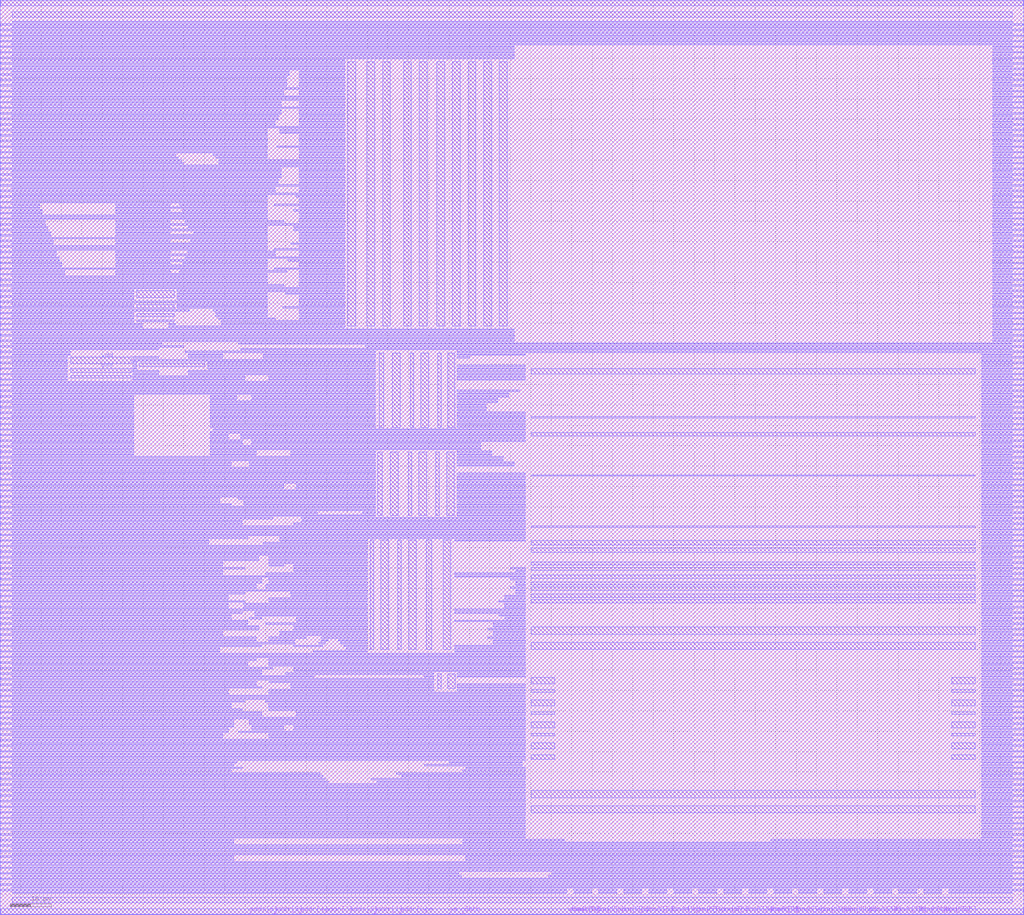
<source format=lef>
VERSION 5.8 ; 
BUSBITCHARS "[]" ; 
DIVIDERCHAR "/" ; 
MACRO sram22_128x16m4w8
    CLASS BLOCK  ;
    FOREIGN sram22_128x16m4w8   ;
    SIZE 250.840 BY 224.320 ;
    SYMMETRY X Y R90 ;
    PIN dout[0] 
        DIRECTION OUTPUT ; 
        ANTENNADIFFAREA 0.448000 LAYER met2 ;
        ANTENNAPARTIALMETALAREA 0.950300 LAYER met1 ;
        ANTENNAPARTIALMETALAREA 7.335400 LAYER met2 ;
        PORT 
            LAYER met1 ;
                RECT 139.830 0.000 139.970 0.140 ; 
        END 
    END dout[0] 
    PIN dout[1] 
        DIRECTION OUTPUT ; 
        ANTENNADIFFAREA 0.448000 LAYER met2 ;
        ANTENNAPARTIALMETALAREA 0.950300 LAYER met1 ;
        ANTENNAPARTIALMETALAREA 7.335400 LAYER met2 ;
        PORT 
            LAYER met1 ;
                RECT 145.930 0.000 146.070 0.140 ; 
        END 
    END dout[1] 
    PIN dout[2] 
        DIRECTION OUTPUT ; 
        ANTENNADIFFAREA 0.448000 LAYER met2 ;
        ANTENNAPARTIALMETALAREA 0.950300 LAYER met1 ;
        ANTENNAPARTIALMETALAREA 7.335400 LAYER met2 ;
        PORT 
            LAYER met1 ;
                RECT 152.030 0.000 152.170 0.140 ; 
        END 
    END dout[2] 
    PIN dout[3] 
        DIRECTION OUTPUT ; 
        ANTENNADIFFAREA 0.448000 LAYER met2 ;
        ANTENNAPARTIALMETALAREA 0.950300 LAYER met1 ;
        ANTENNAPARTIALMETALAREA 7.335400 LAYER met2 ;
        PORT 
            LAYER met1 ;
                RECT 158.130 0.000 158.270 0.140 ; 
        END 
    END dout[3] 
    PIN dout[4] 
        DIRECTION OUTPUT ; 
        ANTENNADIFFAREA 0.448000 LAYER met2 ;
        ANTENNAPARTIALMETALAREA 0.950300 LAYER met1 ;
        ANTENNAPARTIALMETALAREA 7.335400 LAYER met2 ;
        PORT 
            LAYER met1 ;
                RECT 164.230 0.000 164.370 0.140 ; 
        END 
    END dout[4] 
    PIN dout[5] 
        DIRECTION OUTPUT ; 
        ANTENNADIFFAREA 0.448000 LAYER met2 ;
        ANTENNAPARTIALMETALAREA 0.950300 LAYER met1 ;
        ANTENNAPARTIALMETALAREA 7.335400 LAYER met2 ;
        PORT 
            LAYER met1 ;
                RECT 170.330 0.000 170.470 0.140 ; 
        END 
    END dout[5] 
    PIN dout[6] 
        DIRECTION OUTPUT ; 
        ANTENNADIFFAREA 0.448000 LAYER met2 ;
        ANTENNAPARTIALMETALAREA 0.950300 LAYER met1 ;
        ANTENNAPARTIALMETALAREA 7.335400 LAYER met2 ;
        PORT 
            LAYER met1 ;
                RECT 176.430 0.000 176.570 0.140 ; 
        END 
    END dout[6] 
    PIN dout[7] 
        DIRECTION OUTPUT ; 
        ANTENNADIFFAREA 0.448000 LAYER met2 ;
        ANTENNAPARTIALMETALAREA 0.950300 LAYER met1 ;
        ANTENNAPARTIALMETALAREA 7.335400 LAYER met2 ;
        PORT 
            LAYER met1 ;
                RECT 182.530 0.000 182.670 0.140 ; 
        END 
    END dout[7] 
    PIN dout[8] 
        DIRECTION OUTPUT ; 
        ANTENNADIFFAREA 0.448000 LAYER met2 ;
        ANTENNAPARTIALMETALAREA 0.950300 LAYER met1 ;
        ANTENNAPARTIALMETALAREA 7.335400 LAYER met2 ;
        PORT 
            LAYER met1 ;
                RECT 188.630 0.000 188.770 0.140 ; 
        END 
    END dout[8] 
    PIN dout[9] 
        DIRECTION OUTPUT ; 
        ANTENNADIFFAREA 0.448000 LAYER met2 ;
        ANTENNAPARTIALMETALAREA 0.950300 LAYER met1 ;
        ANTENNAPARTIALMETALAREA 7.335400 LAYER met2 ;
        PORT 
            LAYER met1 ;
                RECT 194.730 0.000 194.870 0.140 ; 
        END 
    END dout[9] 
    PIN dout[10] 
        DIRECTION OUTPUT ; 
        ANTENNADIFFAREA 0.448000 LAYER met2 ;
        ANTENNAPARTIALMETALAREA 0.950300 LAYER met1 ;
        ANTENNAPARTIALMETALAREA 7.335400 LAYER met2 ;
        PORT 
            LAYER met1 ;
                RECT 200.830 0.000 200.970 0.140 ; 
        END 
    END dout[10] 
    PIN dout[11] 
        DIRECTION OUTPUT ; 
        ANTENNADIFFAREA 0.448000 LAYER met2 ;
        ANTENNAPARTIALMETALAREA 0.950300 LAYER met1 ;
        ANTENNAPARTIALMETALAREA 7.335400 LAYER met2 ;
        PORT 
            LAYER met1 ;
                RECT 206.930 0.000 207.070 0.140 ; 
        END 
    END dout[11] 
    PIN dout[12] 
        DIRECTION OUTPUT ; 
        ANTENNADIFFAREA 0.448000 LAYER met2 ;
        ANTENNAPARTIALMETALAREA 0.950300 LAYER met1 ;
        ANTENNAPARTIALMETALAREA 7.335400 LAYER met2 ;
        PORT 
            LAYER met1 ;
                RECT 213.030 0.000 213.170 0.140 ; 
        END 
    END dout[12] 
    PIN dout[13] 
        DIRECTION OUTPUT ; 
        ANTENNADIFFAREA 0.448000 LAYER met2 ;
        ANTENNAPARTIALMETALAREA 0.950300 LAYER met1 ;
        ANTENNAPARTIALMETALAREA 7.335400 LAYER met2 ;
        PORT 
            LAYER met1 ;
                RECT 219.130 0.000 219.270 0.140 ; 
        END 
    END dout[13] 
    PIN dout[14] 
        DIRECTION OUTPUT ; 
        ANTENNADIFFAREA 0.448000 LAYER met2 ;
        ANTENNAPARTIALMETALAREA 0.950300 LAYER met1 ;
        ANTENNAPARTIALMETALAREA 7.335400 LAYER met2 ;
        PORT 
            LAYER met1 ;
                RECT 225.230 0.000 225.370 0.140 ; 
        END 
    END dout[14] 
    PIN dout[15] 
        DIRECTION OUTPUT ; 
        ANTENNADIFFAREA 0.448000 LAYER met2 ;
        ANTENNAPARTIALMETALAREA 0.950300 LAYER met1 ;
        ANTENNAPARTIALMETALAREA 7.335400 LAYER met2 ;
        PORT 
            LAYER met1 ;
                RECT 231.330 0.000 231.470 0.140 ; 
        END 
    END dout[15] 
    PIN din[0] 
        DIRECTION INPUT ; 
        ANTENNAGATEAREA 0.126000 LAYER met2 ;
        ANTENNAPARTIALMETALAREA 5.020800 LAYER met1 ;
        ANTENNAPARTIALMETALAREA 7.057000 LAYER met2 ;
        PORT 
            LAYER met1 ;
                RECT 139.410 0.000 139.550 0.140 ; 
        END 
    END din[0] 
    PIN din[1] 
        DIRECTION INPUT ; 
        ANTENNAGATEAREA 0.126000 LAYER met2 ;
        ANTENNAPARTIALMETALAREA 5.020800 LAYER met1 ;
        ANTENNAPARTIALMETALAREA 7.057000 LAYER met2 ;
        PORT 
            LAYER met1 ;
                RECT 145.510 0.000 145.650 0.140 ; 
        END 
    END din[1] 
    PIN din[2] 
        DIRECTION INPUT ; 
        ANTENNAGATEAREA 0.126000 LAYER met2 ;
        ANTENNAPARTIALMETALAREA 5.020800 LAYER met1 ;
        ANTENNAPARTIALMETALAREA 7.057000 LAYER met2 ;
        PORT 
            LAYER met1 ;
                RECT 151.610 0.000 151.750 0.140 ; 
        END 
    END din[2] 
    PIN din[3] 
        DIRECTION INPUT ; 
        ANTENNAGATEAREA 0.126000 LAYER met2 ;
        ANTENNAPARTIALMETALAREA 5.020800 LAYER met1 ;
        ANTENNAPARTIALMETALAREA 7.057000 LAYER met2 ;
        PORT 
            LAYER met1 ;
                RECT 157.710 0.000 157.850 0.140 ; 
        END 
    END din[3] 
    PIN din[4] 
        DIRECTION INPUT ; 
        ANTENNAGATEAREA 0.126000 LAYER met2 ;
        ANTENNAPARTIALMETALAREA 5.020800 LAYER met1 ;
        ANTENNAPARTIALMETALAREA 7.057000 LAYER met2 ;
        PORT 
            LAYER met1 ;
                RECT 163.810 0.000 163.950 0.140 ; 
        END 
    END din[4] 
    PIN din[5] 
        DIRECTION INPUT ; 
        ANTENNAGATEAREA 0.126000 LAYER met2 ;
        ANTENNAPARTIALMETALAREA 5.020800 LAYER met1 ;
        ANTENNAPARTIALMETALAREA 7.057000 LAYER met2 ;
        PORT 
            LAYER met1 ;
                RECT 169.910 0.000 170.050 0.140 ; 
        END 
    END din[5] 
    PIN din[6] 
        DIRECTION INPUT ; 
        ANTENNAGATEAREA 0.126000 LAYER met2 ;
        ANTENNAPARTIALMETALAREA 5.020800 LAYER met1 ;
        ANTENNAPARTIALMETALAREA 7.057000 LAYER met2 ;
        PORT 
            LAYER met1 ;
                RECT 176.010 0.000 176.150 0.140 ; 
        END 
    END din[6] 
    PIN din[7] 
        DIRECTION INPUT ; 
        ANTENNAGATEAREA 0.126000 LAYER met2 ;
        ANTENNAPARTIALMETALAREA 5.020800 LAYER met1 ;
        ANTENNAPARTIALMETALAREA 7.057000 LAYER met2 ;
        PORT 
            LAYER met1 ;
                RECT 182.110 0.000 182.250 0.140 ; 
        END 
    END din[7] 
    PIN din[8] 
        DIRECTION INPUT ; 
        ANTENNAGATEAREA 0.126000 LAYER met2 ;
        ANTENNAPARTIALMETALAREA 5.020800 LAYER met1 ;
        ANTENNAPARTIALMETALAREA 7.057000 LAYER met2 ;
        PORT 
            LAYER met1 ;
                RECT 188.210 0.000 188.350 0.140 ; 
        END 
    END din[8] 
    PIN din[9] 
        DIRECTION INPUT ; 
        ANTENNAGATEAREA 0.126000 LAYER met2 ;
        ANTENNAPARTIALMETALAREA 5.020800 LAYER met1 ;
        ANTENNAPARTIALMETALAREA 7.057000 LAYER met2 ;
        PORT 
            LAYER met1 ;
                RECT 194.310 0.000 194.450 0.140 ; 
        END 
    END din[9] 
    PIN din[10] 
        DIRECTION INPUT ; 
        ANTENNAGATEAREA 0.126000 LAYER met2 ;
        ANTENNAPARTIALMETALAREA 5.020800 LAYER met1 ;
        ANTENNAPARTIALMETALAREA 7.057000 LAYER met2 ;
        PORT 
            LAYER met1 ;
                RECT 200.410 0.000 200.550 0.140 ; 
        END 
    END din[10] 
    PIN din[11] 
        DIRECTION INPUT ; 
        ANTENNAGATEAREA 0.126000 LAYER met2 ;
        ANTENNAPARTIALMETALAREA 5.020800 LAYER met1 ;
        ANTENNAPARTIALMETALAREA 7.057000 LAYER met2 ;
        PORT 
            LAYER met1 ;
                RECT 206.510 0.000 206.650 0.140 ; 
        END 
    END din[11] 
    PIN din[12] 
        DIRECTION INPUT ; 
        ANTENNAGATEAREA 0.126000 LAYER met2 ;
        ANTENNAPARTIALMETALAREA 5.020800 LAYER met1 ;
        ANTENNAPARTIALMETALAREA 7.057000 LAYER met2 ;
        PORT 
            LAYER met1 ;
                RECT 212.610 0.000 212.750 0.140 ; 
        END 
    END din[12] 
    PIN din[13] 
        DIRECTION INPUT ; 
        ANTENNAGATEAREA 0.126000 LAYER met2 ;
        ANTENNAPARTIALMETALAREA 5.020800 LAYER met1 ;
        ANTENNAPARTIALMETALAREA 7.057000 LAYER met2 ;
        PORT 
            LAYER met1 ;
                RECT 218.710 0.000 218.850 0.140 ; 
        END 
    END din[13] 
    PIN din[14] 
        DIRECTION INPUT ; 
        ANTENNAGATEAREA 0.126000 LAYER met2 ;
        ANTENNAPARTIALMETALAREA 5.020800 LAYER met1 ;
        ANTENNAPARTIALMETALAREA 7.057000 LAYER met2 ;
        PORT 
            LAYER met1 ;
                RECT 224.810 0.000 224.950 0.140 ; 
        END 
    END din[14] 
    PIN din[15] 
        DIRECTION INPUT ; 
        ANTENNAGATEAREA 0.126000 LAYER met2 ;
        ANTENNAPARTIALMETALAREA 5.020800 LAYER met1 ;
        ANTENNAPARTIALMETALAREA 7.057000 LAYER met2 ;
        PORT 
            LAYER met1 ;
                RECT 230.910 0.000 231.050 0.140 ; 
        END 
    END din[15] 
    PIN wmask[0] 
        DIRECTION INPUT ; 
        ANTENNAGATEAREA 0.126000 LAYER met2 ;
        ANTENNAPARTIALMETALAREA 2.831200 LAYER met1 ;
        ANTENNAPARTIALMETALAREA 0.278400 LAYER met2 ;
        PORT 
            LAYER met1 ;
                RECT 139.060 0.000 139.200 0.140 ; 
        END 
    END wmask[0] 
    PIN wmask[1] 
        DIRECTION INPUT ; 
        ANTENNAGATEAREA 0.126000 LAYER met2 ;
        ANTENNAPARTIALMETALAREA 2.831200 LAYER met1 ;
        ANTENNAPARTIALMETALAREA 0.278400 LAYER met2 ;
        PORT 
            LAYER met1 ;
                RECT 187.860 0.000 188.000 0.140 ; 
        END 
    END wmask[1] 
    PIN addr[0] 
        DIRECTION INPUT ; 
        ANTENNAGATEAREA 0.126000 LAYER met1 ;
        ANTENNAPARTIALMETALAREA 3.867900 LAYER met1 ;
        PORT 
            LAYER met1 ;
                RECT 97.720 0.000 98.040 0.320 ; 
        END 
    END addr[0] 
    PIN addr[1] 
        DIRECTION INPUT ; 
        ANTENNAGATEAREA 0.126000 LAYER met1 ;
        ANTENNAPARTIALMETALAREA 3.867900 LAYER met1 ;
        PORT 
            LAYER met1 ;
                RECT 91.600 0.000 91.920 0.320 ; 
        END 
    END addr[1] 
    PIN addr[2] 
        DIRECTION INPUT ; 
        ANTENNAGATEAREA 0.126000 LAYER met1 ;
        ANTENNAPARTIALMETALAREA 3.867900 LAYER met1 ;
        PORT 
            LAYER met1 ;
                RECT 85.480 0.000 85.800 0.320 ; 
        END 
    END addr[2] 
    PIN addr[3] 
        DIRECTION INPUT ; 
        ANTENNAGATEAREA 0.126000 LAYER met1 ;
        ANTENNAPARTIALMETALAREA 3.867900 LAYER met1 ;
        PORT 
            LAYER met1 ;
                RECT 79.360 0.000 79.680 0.320 ; 
        END 
    END addr[3] 
    PIN addr[4] 
        DIRECTION INPUT ; 
        ANTENNAGATEAREA 0.126000 LAYER met1 ;
        ANTENNAPARTIALMETALAREA 3.867900 LAYER met1 ;
        PORT 
            LAYER met1 ;
                RECT 73.240 0.000 73.560 0.320 ; 
        END 
    END addr[4] 
    PIN addr[5] 
        DIRECTION INPUT ; 
        ANTENNAGATEAREA 0.126000 LAYER met1 ;
        ANTENNAPARTIALMETALAREA 3.867900 LAYER met1 ;
        PORT 
            LAYER met1 ;
                RECT 67.120 0.000 67.440 0.320 ; 
        END 
    END addr[5] 
    PIN addr[6] 
        DIRECTION INPUT ; 
        ANTENNAGATEAREA 0.126000 LAYER met1 ;
        ANTENNAPARTIALMETALAREA 3.867900 LAYER met1 ;
        PORT 
            LAYER met1 ;
                RECT 61.000 0.000 61.320 0.320 ; 
        END 
    END addr[6] 
    PIN we 
        DIRECTION INPUT ; 
        ANTENNAGATEAREA 0.126000 LAYER met1 ;
        ANTENNAPARTIALMETALAREA 3.867900 LAYER met1 ;
        PORT 
            LAYER met1 ;
                RECT 109.960 0.000 110.280 0.320 ; 
        END 
    END we 
    PIN ce 
        DIRECTION INPUT ; 
        ANTENNAGATEAREA 0.126000 LAYER met1 ;
        ANTENNAPARTIALMETALAREA 3.867900 LAYER met1 ;
        PORT 
            LAYER met1 ;
                RECT 103.840 0.000 104.160 0.320 ; 
        END 
    END ce 
    PIN clk 
        DIRECTION INPUT ; 
        ANTENNAGATEAREA 12.555000 LAYER met2 ;
        PORT 
            LAYER met1 ;
                RECT 112.680 0.000 113.000 0.320 ; 
        END 
    END clk 
    PIN rstb 
        DIRECTION INPUT ; 
        ANTENNAGATEAREA 16.461000 LAYER met2 ;
        PORT 
            LAYER met1 ;
                RECT 113.360 0.000 113.680 0.320 ; 
        END 
    END rstb 
    PIN vdd 
        DIRECTION INOUT ; 
        USE POWER ; 
        PORT 
            LAYER met2 ;
                RECT 0.160 5.920 138.840 6.240 ; 
                RECT 140.560 5.920 144.960 6.240 ; 
                RECT 146.680 5.920 151.080 6.240 ; 
                RECT 152.800 5.920 157.200 6.240 ; 
                RECT 158.920 5.920 163.320 6.240 ; 
                RECT 165.040 5.920 169.440 6.240 ; 
                RECT 171.160 5.920 175.560 6.240 ; 
                RECT 177.280 5.920 181.680 6.240 ; 
                RECT 183.400 5.920 187.800 6.240 ; 
                RECT 189.520 5.920 193.920 6.240 ; 
                RECT 195.640 5.920 200.040 6.240 ; 
                RECT 201.760 5.920 206.160 6.240 ; 
                RECT 207.880 5.920 212.280 6.240 ; 
                RECT 214.000 5.920 218.400 6.240 ; 
                RECT 220.120 5.920 224.520 6.240 ; 
                RECT 226.240 5.920 230.640 6.240 ; 
                RECT 232.360 5.920 250.680 6.240 ; 
                RECT 0.160 7.280 250.680 7.600 ; 
                RECT 0.160 8.640 250.680 8.960 ; 
                RECT 0.160 10.000 112.320 10.320 ; 
                RECT 135.120 10.000 250.680 10.320 ; 
                RECT 0.160 11.360 250.680 11.680 ; 
                RECT 0.160 12.720 250.680 13.040 ; 
                RECT 0.160 14.080 57.240 14.400 ; 
                RECT 114.040 14.080 250.680 14.400 ; 
                RECT 0.160 15.440 250.680 15.760 ; 
                RECT 0.160 16.800 250.680 17.120 ; 
                RECT 0.160 18.160 57.240 18.480 ; 
                RECT 113.360 18.160 138.160 18.480 ; 
                RECT 188.840 18.160 250.680 18.480 ; 
                RECT 0.160 19.520 128.640 19.840 ; 
                RECT 240.520 19.520 250.680 19.840 ; 
                RECT 0.160 20.880 128.640 21.200 ; 
                RECT 240.520 20.880 250.680 21.200 ; 
                RECT 0.160 22.240 128.640 22.560 ; 
                RECT 240.520 22.240 250.680 22.560 ; 
                RECT 0.160 23.600 128.640 23.920 ; 
                RECT 240.520 23.600 250.680 23.920 ; 
                RECT 0.160 24.960 128.640 25.280 ; 
                RECT 240.520 24.960 250.680 25.280 ; 
                RECT 0.160 26.320 128.640 26.640 ; 
                RECT 240.520 26.320 250.680 26.640 ; 
                RECT 0.160 27.680 128.640 28.000 ; 
                RECT 240.520 27.680 250.680 28.000 ; 
                RECT 0.160 29.040 128.640 29.360 ; 
                RECT 240.520 29.040 250.680 29.360 ; 
                RECT 0.160 30.400 128.640 30.720 ; 
                RECT 240.520 30.400 250.680 30.720 ; 
                RECT 0.160 31.760 128.640 32.080 ; 
                RECT 240.520 31.760 250.680 32.080 ; 
                RECT 0.160 33.120 79.680 33.440 ; 
                RECT 90.920 33.120 128.640 33.440 ; 
                RECT 240.520 33.120 250.680 33.440 ; 
                RECT 0.160 34.480 78.320 34.800 ; 
                RECT 97.040 34.480 128.640 34.800 ; 
                RECT 240.520 34.480 250.680 34.800 ; 
                RECT 0.160 35.840 59.280 36.160 ; 
                RECT 114.040 35.840 128.640 36.160 ; 
                RECT 240.520 35.840 250.680 36.160 ; 
                RECT 0.160 37.200 57.920 37.520 ; 
                RECT 109.960 37.200 127.960 37.520 ; 
                RECT 240.520 37.200 250.680 37.520 ; 
                RECT 0.160 38.560 128.640 38.880 ; 
                RECT 240.520 38.560 250.680 38.880 ; 
                RECT 0.160 39.920 128.640 40.240 ; 
                RECT 240.520 39.920 250.680 40.240 ; 
                RECT 0.160 41.280 128.640 41.600 ; 
                RECT 240.520 41.280 250.680 41.600 ; 
                RECT 0.160 42.640 128.640 42.960 ; 
                RECT 240.520 42.640 250.680 42.960 ; 
                RECT 0.160 44.000 54.520 44.320 ; 
                RECT 65.760 44.000 128.640 44.320 ; 
                RECT 240.520 44.000 250.680 44.320 ; 
                RECT 0.160 45.360 55.880 45.680 ; 
                RECT 61.680 45.360 69.480 45.680 ; 
                RECT 71.880 45.360 128.640 45.680 ; 
                RECT 240.520 45.360 250.680 45.680 ; 
                RECT 0.160 46.720 57.240 47.040 ; 
                RECT 61.000 46.720 128.640 47.040 ; 
                RECT 240.520 46.720 250.680 47.040 ; 
                RECT 0.160 48.080 128.640 48.400 ; 
                RECT 240.520 48.080 250.680 48.400 ; 
                RECT 0.160 49.440 64.040 49.760 ; 
                RECT 72.560 49.440 128.640 49.760 ; 
                RECT 240.520 49.440 250.680 49.760 ; 
                RECT 0.160 50.800 56.560 51.120 ; 
                RECT 65.760 50.800 128.640 51.120 ; 
                RECT 240.520 50.800 250.680 51.120 ; 
                RECT 0.160 52.160 59.960 52.480 ; 
                RECT 65.080 52.160 128.640 52.480 ; 
                RECT 240.520 52.160 250.680 52.480 ; 
                RECT 0.160 53.520 128.640 53.840 ; 
                RECT 240.520 53.520 250.680 53.840 ; 
                RECT 0.160 54.880 55.880 55.200 ; 
                RECT 65.760 54.880 106.200 55.200 ; 
                RECT 112.000 54.880 128.640 55.200 ; 
                RECT 240.520 54.880 250.680 55.200 ; 
                RECT 0.160 56.240 62.680 56.560 ; 
                RECT 71.200 56.240 106.200 56.560 ; 
                RECT 112.000 56.240 128.640 56.560 ; 
                RECT 240.520 56.240 250.680 56.560 ; 
                RECT 0.160 57.600 106.200 57.920 ; 
                RECT 240.520 57.600 250.680 57.920 ; 
                RECT 0.160 58.960 64.040 59.280 ; 
                RECT 69.840 58.960 106.200 59.280 ; 
                RECT 112.000 58.960 128.640 59.280 ; 
                RECT 240.520 58.960 250.680 59.280 ; 
                RECT 0.160 60.320 66.760 60.640 ; 
                RECT 71.880 60.320 128.640 60.640 ; 
                RECT 240.520 60.320 250.680 60.640 ; 
                RECT 0.160 61.680 60.640 62.000 ; 
                RECT 65.760 61.680 128.640 62.000 ; 
                RECT 240.520 61.680 250.680 62.000 ; 
                RECT 0.160 63.040 128.640 63.360 ; 
                RECT 240.520 63.040 250.680 63.360 ; 
                RECT 0.160 64.400 53.840 64.720 ; 
                RECT 76.640 64.400 89.880 64.720 ; 
                RECT 111.320 64.400 128.640 64.720 ; 
                RECT 240.520 64.400 250.680 64.720 ; 
                RECT 0.160 65.760 64.040 66.080 ; 
                RECT 71.880 65.760 79.000 66.080 ; 
                RECT 84.120 65.760 89.880 66.080 ; 
                RECT 111.320 65.760 128.640 66.080 ; 
                RECT 240.520 65.760 250.680 66.080 ; 
                RECT 0.160 67.120 62.680 67.440 ; 
                RECT 65.760 67.120 72.200 67.440 ; 
                RECT 78.680 67.120 80.360 67.440 ; 
                RECT 82.760 67.120 89.880 67.440 ; 
                RECT 120.840 67.120 128.640 67.440 ; 
                RECT 240.520 67.120 250.680 67.440 ; 
                RECT 0.160 68.480 54.520 68.800 ; 
                RECT 68.480 68.480 89.880 68.800 ; 
                RECT 120.840 68.480 128.640 68.800 ; 
                RECT 240.520 68.480 250.680 68.800 ; 
                RECT 0.160 69.840 63.360 70.160 ; 
                RECT 71.880 69.840 89.880 70.160 ; 
                RECT 119.480 69.840 128.640 70.160 ; 
                RECT 240.520 69.840 250.680 70.160 ; 
                RECT 0.160 71.200 60.640 71.520 ; 
                RECT 65.080 71.200 89.880 71.520 ; 
                RECT 120.840 71.200 128.640 71.520 ; 
                RECT 240.520 71.200 250.680 71.520 ; 
                RECT 0.160 72.560 56.560 72.880 ; 
                RECT 61.000 72.560 64.040 72.880 ; 
                RECT 72.560 72.560 89.880 72.880 ; 
                RECT 123.560 72.560 128.640 72.880 ; 
                RECT 240.520 72.560 250.680 72.880 ; 
                RECT 0.160 73.920 59.280 74.240 ; 
                RECT 62.360 73.920 89.880 74.240 ; 
                RECT 111.320 73.920 128.640 74.240 ; 
                RECT 240.520 73.920 250.680 74.240 ; 
                RECT 0.160 75.280 55.880 75.600 ; 
                RECT 59.640 75.280 89.880 75.600 ; 
                RECT 123.560 75.280 128.640 75.600 ; 
                RECT 240.520 75.280 250.680 75.600 ; 
                RECT 0.160 76.640 59.960 76.960 ; 
                RECT 65.760 76.640 89.880 76.960 ; 
                RECT 122.200 76.640 128.640 76.960 ; 
                RECT 240.520 76.640 250.680 76.960 ; 
                RECT 0.160 78.000 55.880 78.320 ; 
                RECT 71.200 78.000 89.880 78.320 ; 
                RECT 123.560 78.000 128.640 78.320 ; 
                RECT 240.520 78.000 250.680 78.320 ; 
                RECT 0.160 79.360 89.880 79.680 ; 
                RECT 126.280 79.360 128.640 79.680 ; 
                RECT 240.520 79.360 250.680 79.680 ; 
                RECT 0.160 80.720 62.680 81.040 ; 
                RECT 65.080 80.720 89.880 81.040 ; 
                RECT 126.280 80.720 128.640 81.040 ; 
                RECT 240.520 80.720 250.680 81.040 ; 
                RECT 0.160 82.080 64.040 82.400 ; 
                RECT 65.760 82.080 89.880 82.400 ; 
                RECT 124.920 82.080 128.640 82.400 ; 
                RECT 240.520 82.080 250.680 82.400 ; 
                RECT 0.160 83.440 54.520 83.760 ; 
                RECT 65.080 83.440 89.880 83.760 ; 
                RECT 111.320 83.440 128.640 83.760 ; 
                RECT 240.520 83.440 250.680 83.760 ; 
                RECT 0.160 84.800 59.960 85.120 ; 
                RECT 71.880 84.800 89.880 85.120 ; 
                RECT 124.920 84.800 128.640 85.120 ; 
                RECT 240.520 84.800 250.680 85.120 ; 
                RECT 0.160 86.160 54.520 86.480 ; 
                RECT 65.760 86.160 89.880 86.480 ; 
                RECT 240.520 86.160 250.680 86.480 ; 
                RECT 0.160 87.520 63.360 87.840 ; 
                RECT 65.760 87.520 89.880 87.840 ; 
                RECT 240.520 87.520 250.680 87.840 ; 
                RECT 0.160 88.880 89.880 89.200 ; 
                RECT 240.520 88.880 250.680 89.200 ; 
                RECT 0.160 90.240 89.880 90.560 ; 
                RECT 240.520 90.240 250.680 90.560 ; 
                RECT 0.160 91.600 51.120 91.920 ; 
                RECT 68.480 91.600 89.880 91.920 ; 
                RECT 111.320 91.600 128.640 91.920 ; 
                RECT 240.520 91.600 250.680 91.920 ; 
                RECT 0.160 92.960 128.640 93.280 ; 
                RECT 240.520 92.960 250.680 93.280 ; 
                RECT 0.160 94.320 128.640 94.640 ; 
                RECT 240.520 94.320 250.680 94.640 ; 
                RECT 0.160 95.680 59.280 96.000 ; 
                RECT 71.880 95.680 128.640 96.000 ; 
                RECT 240.520 95.680 250.680 96.000 ; 
                RECT 0.160 97.040 66.760 97.360 ; 
                RECT 73.920 97.040 128.640 97.360 ; 
                RECT 240.520 97.040 250.680 97.360 ; 
                RECT 0.160 98.400 77.640 98.720 ; 
                RECT 88.880 98.400 91.920 98.720 ; 
                RECT 112.000 98.400 128.640 98.720 ; 
                RECT 240.520 98.400 250.680 98.720 ; 
                RECT 0.160 99.760 91.920 100.080 ; 
                RECT 112.000 99.760 128.640 100.080 ; 
                RECT 240.520 99.760 250.680 100.080 ; 
                RECT 0.160 101.120 53.840 101.440 ; 
                RECT 59.640 101.120 91.920 101.440 ; 
                RECT 112.000 101.120 128.640 101.440 ; 
                RECT 240.520 101.120 250.680 101.440 ; 
                RECT 0.160 102.480 91.920 102.800 ; 
                RECT 112.000 102.480 128.640 102.800 ; 
                RECT 240.520 102.480 250.680 102.800 ; 
                RECT 0.160 103.840 91.920 104.160 ; 
                RECT 112.000 103.840 128.640 104.160 ; 
                RECT 240.520 103.840 250.680 104.160 ; 
                RECT 0.160 105.200 69.480 105.520 ; 
                RECT 72.560 105.200 91.920 105.520 ; 
                RECT 112.000 105.200 128.640 105.520 ; 
                RECT 240.520 105.200 250.680 105.520 ; 
                RECT 0.160 106.560 91.920 106.880 ; 
                RECT 112.000 106.560 128.640 106.880 ; 
                RECT 240.520 106.560 250.680 106.880 ; 
                RECT 0.160 107.920 91.920 108.240 ; 
                RECT 112.000 107.920 128.640 108.240 ; 
                RECT 240.520 107.920 250.680 108.240 ; 
                RECT 0.160 109.280 91.920 109.600 ; 
                RECT 240.520 109.280 250.680 109.600 ; 
                RECT 0.160 110.640 56.560 110.960 ; 
                RECT 61.000 110.640 91.920 110.960 ; 
                RECT 112.000 110.640 125.920 110.960 ; 
                RECT 240.520 110.640 250.680 110.960 ; 
                RECT 0.160 112.000 91.920 112.320 ; 
                RECT 112.000 112.000 123.200 112.320 ; 
                RECT 240.520 112.000 250.680 112.320 ; 
                RECT 0.160 113.360 32.760 113.680 ; 
                RECT 51.480 113.360 62.680 113.680 ; 
                RECT 71.200 113.360 91.920 113.680 ; 
                RECT 112.000 113.360 120.480 113.680 ; 
                RECT 240.520 113.360 250.680 113.680 ; 
                RECT 0.160 114.720 32.760 115.040 ; 
                RECT 51.480 114.720 117.760 115.040 ; 
                RECT 240.520 114.720 250.680 115.040 ; 
                RECT 0.160 116.080 32.760 116.400 ; 
                RECT 51.480 116.080 59.280 116.400 ; 
                RECT 61.680 116.080 128.640 116.400 ; 
                RECT 240.520 116.080 250.680 116.400 ; 
                RECT 0.160 117.440 32.760 117.760 ; 
                RECT 51.480 117.440 55.880 117.760 ; 
                RECT 58.960 117.440 128.640 117.760 ; 
                RECT 240.520 117.440 250.680 117.760 ; 
                RECT 0.160 118.800 32.760 119.120 ; 
                RECT 52.160 118.800 128.640 119.120 ; 
                RECT 240.520 118.800 250.680 119.120 ; 
                RECT 0.160 120.160 32.760 120.480 ; 
                RECT 51.480 120.160 91.920 120.480 ; 
                RECT 112.000 120.160 128.640 120.480 ; 
                RECT 240.520 120.160 250.680 120.480 ; 
                RECT 0.160 121.520 32.760 121.840 ; 
                RECT 51.480 121.520 91.920 121.840 ; 
                RECT 112.000 121.520 128.640 121.840 ; 
                RECT 240.520 121.520 250.680 121.840 ; 
                RECT 0.160 122.880 32.760 123.200 ; 
                RECT 51.480 122.880 91.920 123.200 ; 
                RECT 112.000 122.880 128.640 123.200 ; 
                RECT 240.520 122.880 250.680 123.200 ; 
                RECT 0.160 124.240 32.760 124.560 ; 
                RECT 51.480 124.240 91.920 124.560 ; 
                RECT 112.000 124.240 119.120 124.560 ; 
                RECT 240.520 124.240 250.680 124.560 ; 
                RECT 0.160 125.600 32.760 125.920 ; 
                RECT 51.480 125.600 91.920 125.920 ; 
                RECT 112.000 125.600 121.840 125.920 ; 
                RECT 240.520 125.600 250.680 125.920 ; 
                RECT 0.160 126.960 32.760 127.280 ; 
                RECT 51.480 126.960 57.920 127.280 ; 
                RECT 61.680 126.960 91.920 127.280 ; 
                RECT 112.000 126.960 124.560 127.280 ; 
                RECT 240.520 126.960 250.680 127.280 ; 
                RECT 0.160 128.320 91.920 128.640 ; 
                RECT 112.000 128.320 127.280 128.640 ; 
                RECT 240.520 128.320 250.680 128.640 ; 
                RECT 0.160 129.680 91.920 130.000 ; 
                RECT 240.520 129.680 250.680 130.000 ; 
                RECT 0.160 131.040 16.440 131.360 ; 
                RECT 32.440 131.040 59.960 131.360 ; 
                RECT 65.760 131.040 91.920 131.360 ; 
                RECT 112.000 131.040 128.640 131.360 ; 
                RECT 240.520 131.040 250.680 131.360 ; 
                RECT 0.160 132.400 16.440 132.720 ; 
                RECT 32.440 132.400 38.880 132.720 ; 
                RECT 46.040 132.400 91.920 132.720 ; 
                RECT 112.000 132.400 128.640 132.720 ; 
                RECT 240.520 132.400 250.680 132.720 ; 
                RECT 0.160 133.760 16.440 134.080 ; 
                RECT 32.440 133.760 33.440 134.080 ; 
                RECT 50.800 133.760 91.920 134.080 ; 
                RECT 112.000 133.760 128.640 134.080 ; 
                RECT 240.520 133.760 250.680 134.080 ; 
                RECT 0.160 135.120 16.440 135.440 ; 
                RECT 32.440 135.120 33.440 135.440 ; 
                RECT 50.800 135.120 91.920 135.440 ; 
                RECT 240.520 135.120 250.680 135.440 ; 
                RECT 0.160 136.480 16.440 136.800 ; 
                RECT 32.440 136.480 38.880 136.800 ; 
                RECT 46.040 136.480 54.520 136.800 ; 
                RECT 64.400 136.480 91.920 136.800 ; 
                RECT 112.000 136.480 115.040 136.800 ; 
                RECT 240.520 136.480 250.680 136.800 ; 
                RECT 0.160 137.840 17.120 138.160 ; 
                RECT 45.360 137.840 91.920 138.160 ; 
                RECT 112.000 137.840 250.680 138.160 ; 
                RECT 0.160 139.200 45.000 139.520 ; 
                RECT 89.560 139.200 250.680 139.520 ; 
                RECT 0.160 140.560 125.920 140.880 ; 
                RECT 243.240 140.560 250.680 140.880 ; 
                RECT 0.160 141.920 125.920 142.240 ; 
                RECT 243.240 141.920 250.680 142.240 ; 
                RECT 0.160 143.280 125.920 143.600 ; 
                RECT 243.240 143.280 250.680 143.600 ; 
                RECT 0.160 144.640 34.800 144.960 ; 
                RECT 41.280 144.640 42.960 144.960 ; 
                RECT 54.200 144.640 84.440 144.960 ; 
                RECT 243.240 144.640 250.680 144.960 ; 
                RECT 0.160 146.000 32.760 146.320 ; 
                RECT 53.520 146.000 67.440 146.320 ; 
                RECT 73.240 146.000 84.440 146.320 ; 
                RECT 243.240 146.000 250.680 146.320 ; 
                RECT 0.160 147.360 32.760 147.680 ; 
                RECT 52.840 147.360 65.400 147.680 ; 
                RECT 73.240 147.360 84.440 147.680 ; 
                RECT 243.240 147.360 250.680 147.680 ; 
                RECT 0.160 148.720 32.760 149.040 ; 
                RECT 43.320 148.720 65.400 149.040 ; 
                RECT 69.160 148.720 84.440 149.040 ; 
                RECT 243.240 148.720 250.680 149.040 ; 
                RECT 0.160 150.080 65.400 150.400 ; 
                RECT 73.240 150.080 84.440 150.400 ; 
                RECT 243.240 150.080 250.680 150.400 ; 
                RECT 0.160 151.440 32.760 151.760 ; 
                RECT 43.320 151.440 65.400 151.760 ; 
                RECT 73.240 151.440 84.440 151.760 ; 
                RECT 243.240 151.440 250.680 151.760 ; 
                RECT 0.160 152.800 32.760 153.120 ; 
                RECT 43.320 152.800 84.440 153.120 ; 
                RECT 243.240 152.800 250.680 153.120 ; 
                RECT 0.160 154.160 69.480 154.480 ; 
                RECT 73.240 154.160 84.440 154.480 ; 
                RECT 243.240 154.160 250.680 154.480 ; 
                RECT 0.160 155.520 65.400 155.840 ; 
                RECT 73.240 155.520 84.440 155.840 ; 
                RECT 243.240 155.520 250.680 155.840 ; 
                RECT 0.160 156.880 15.760 157.200 ; 
                RECT 28.360 156.880 65.400 157.200 ; 
                RECT 73.240 156.880 84.440 157.200 ; 
                RECT 243.240 156.880 250.680 157.200 ; 
                RECT 0.160 158.240 65.400 158.560 ; 
                RECT 67.120 158.240 84.440 158.560 ; 
                RECT 243.240 158.240 250.680 158.560 ; 
                RECT 0.160 159.600 15.080 159.920 ; 
                RECT 28.360 159.600 41.600 159.920 ; 
                RECT 44.680 159.600 65.400 159.920 ; 
                RECT 73.240 159.600 84.440 159.920 ; 
                RECT 243.240 159.600 250.680 159.920 ; 
                RECT 0.160 160.960 14.400 161.280 ; 
                RECT 28.360 160.960 41.600 161.280 ; 
                RECT 45.360 160.960 84.440 161.280 ; 
                RECT 243.240 160.960 250.680 161.280 ; 
                RECT 0.160 162.320 13.720 162.640 ; 
                RECT 28.360 162.320 41.600 162.640 ; 
                RECT 46.040 162.320 67.440 162.640 ; 
                RECT 73.240 162.320 84.440 162.640 ; 
                RECT 243.240 162.320 250.680 162.640 ; 
                RECT 0.160 163.680 65.400 164.000 ; 
                RECT 73.240 163.680 84.440 164.000 ; 
                RECT 243.240 163.680 250.680 164.000 ; 
                RECT 0.160 165.040 13.040 165.360 ; 
                RECT 28.360 165.040 41.600 165.360 ; 
                RECT 46.720 165.040 65.400 165.360 ; 
                RECT 73.240 165.040 84.440 165.360 ; 
                RECT 243.240 165.040 250.680 165.360 ; 
                RECT 0.160 166.400 12.360 166.720 ; 
                RECT 28.360 166.400 65.400 166.720 ; 
                RECT 73.240 166.400 84.440 166.720 ; 
                RECT 243.240 166.400 250.680 166.720 ; 
                RECT 0.160 167.760 11.680 168.080 ; 
                RECT 28.360 167.760 65.400 168.080 ; 
                RECT 71.880 167.760 84.440 168.080 ; 
                RECT 243.240 167.760 250.680 168.080 ; 
                RECT 0.160 169.120 11.000 169.440 ; 
                RECT 28.360 169.120 84.440 169.440 ; 
                RECT 243.240 169.120 250.680 169.440 ; 
                RECT 0.160 170.480 65.400 170.800 ; 
                RECT 73.240 170.480 84.440 170.800 ; 
                RECT 243.240 170.480 250.680 170.800 ; 
                RECT 0.160 171.840 10.320 172.160 ; 
                RECT 28.360 171.840 65.400 172.160 ; 
                RECT 73.240 171.840 84.440 172.160 ; 
                RECT 243.240 171.840 250.680 172.160 ; 
                RECT 0.160 173.200 9.640 173.520 ; 
                RECT 28.360 173.200 65.400 173.520 ; 
                RECT 73.240 173.200 84.440 173.520 ; 
                RECT 243.240 173.200 250.680 173.520 ; 
                RECT 0.160 174.560 65.400 174.880 ; 
                RECT 73.240 174.560 84.440 174.880 ; 
                RECT 243.240 174.560 250.680 174.880 ; 
                RECT 0.160 175.920 65.400 176.240 ; 
                RECT 72.560 175.920 84.440 176.240 ; 
                RECT 243.240 175.920 250.680 176.240 ; 
                RECT 0.160 177.280 67.440 177.600 ; 
                RECT 73.240 177.280 84.440 177.600 ; 
                RECT 243.240 177.280 250.680 177.600 ; 
                RECT 0.160 178.640 84.440 178.960 ; 
                RECT 243.240 178.640 250.680 178.960 ; 
                RECT 0.160 180.000 68.120 180.320 ; 
                RECT 73.240 180.000 84.440 180.320 ; 
                RECT 243.240 180.000 250.680 180.320 ; 
                RECT 0.160 181.360 68.800 181.680 ; 
                RECT 73.240 181.360 84.440 181.680 ; 
                RECT 243.240 181.360 250.680 181.680 ; 
                RECT 0.160 182.720 68.800 183.040 ; 
                RECT 73.240 182.720 84.440 183.040 ; 
                RECT 243.240 182.720 250.680 183.040 ; 
                RECT 0.160 184.080 45.000 184.400 ; 
                RECT 53.520 184.080 84.440 184.400 ; 
                RECT 243.240 184.080 250.680 184.400 ; 
                RECT 0.160 185.440 43.640 185.760 ; 
                RECT 52.840 185.440 65.400 185.760 ; 
                RECT 73.240 185.440 84.440 185.760 ; 
                RECT 243.240 185.440 250.680 185.760 ; 
                RECT 0.160 186.800 65.400 187.120 ; 
                RECT 73.240 186.800 84.440 187.120 ; 
                RECT 243.240 186.800 250.680 187.120 ; 
                RECT 0.160 188.160 65.400 188.480 ; 
                RECT 67.800 188.160 84.440 188.480 ; 
                RECT 243.240 188.160 250.680 188.480 ; 
                RECT 0.160 189.520 65.400 189.840 ; 
                RECT 73.240 189.520 84.440 189.840 ; 
                RECT 243.240 189.520 250.680 189.840 ; 
                RECT 0.160 190.880 65.400 191.200 ; 
                RECT 73.240 190.880 84.440 191.200 ; 
                RECT 243.240 190.880 250.680 191.200 ; 
                RECT 0.160 192.240 65.400 192.560 ; 
                RECT 68.480 192.240 84.440 192.560 ; 
                RECT 243.240 192.240 250.680 192.560 ; 
                RECT 0.160 193.600 67.440 193.920 ; 
                RECT 73.240 193.600 84.440 193.920 ; 
                RECT 243.240 193.600 250.680 193.920 ; 
                RECT 0.160 194.960 68.120 195.280 ; 
                RECT 73.240 194.960 84.440 195.280 ; 
                RECT 243.240 194.960 250.680 195.280 ; 
                RECT 0.160 196.320 68.800 196.640 ; 
                RECT 73.240 196.320 84.440 196.640 ; 
                RECT 243.240 196.320 250.680 196.640 ; 
                RECT 0.160 197.680 84.440 198.000 ; 
                RECT 243.240 197.680 250.680 198.000 ; 
                RECT 0.160 199.040 68.800 199.360 ; 
                RECT 73.240 199.040 84.440 199.360 ; 
                RECT 243.240 199.040 250.680 199.360 ; 
                RECT 0.160 200.400 84.440 200.720 ; 
                RECT 243.240 200.400 250.680 200.720 ; 
                RECT 0.160 201.760 69.480 202.080 ; 
                RECT 73.240 201.760 84.440 202.080 ; 
                RECT 243.240 201.760 250.680 202.080 ; 
                RECT 0.160 203.120 70.160 203.440 ; 
                RECT 73.240 203.120 84.440 203.440 ; 
                RECT 243.240 203.120 250.680 203.440 ; 
                RECT 0.160 204.480 70.160 204.800 ; 
                RECT 73.240 204.480 84.440 204.800 ; 
                RECT 243.240 204.480 250.680 204.800 ; 
                RECT 0.160 205.840 70.840 206.160 ; 
                RECT 73.240 205.840 84.440 206.160 ; 
                RECT 243.240 205.840 250.680 206.160 ; 
                RECT 0.160 207.200 84.440 207.520 ; 
                RECT 243.240 207.200 250.680 207.520 ; 
                RECT 0.160 208.560 84.440 208.880 ; 
                RECT 243.240 208.560 250.680 208.880 ; 
                RECT 0.160 209.920 125.920 210.240 ; 
                RECT 243.240 209.920 250.680 210.240 ; 
                RECT 0.160 211.280 125.920 211.600 ; 
                RECT 243.240 211.280 250.680 211.600 ; 
                RECT 0.160 212.640 125.920 212.960 ; 
                RECT 243.240 212.640 250.680 212.960 ; 
                RECT 0.160 214.000 250.680 214.320 ; 
                RECT 0.160 215.360 250.680 215.680 ; 
                RECT 0.160 216.720 250.680 217.040 ; 
                RECT 0.160 218.080 250.680 218.400 ; 
                RECT 0.160 0.160 250.680 1.520 ; 
                RECT 0.160 222.800 250.680 224.160 ; 
                RECT 130.060 40.720 135.860 42.090 ; 
                RECT 233.160 40.720 238.960 42.090 ; 
                RECT 130.060 45.835 135.860 47.255 ; 
                RECT 233.160 45.835 238.960 47.255 ; 
                RECT 130.060 51.155 135.860 52.675 ; 
                RECT 233.160 51.155 238.960 52.675 ; 
                RECT 130.060 56.625 135.860 58.145 ; 
                RECT 233.160 56.625 238.960 58.145 ; 
                RECT 130.060 90.715 238.960 91.785 ; 
                RECT 130.060 79.510 238.960 80.310 ; 
                RECT 130.060 84.400 238.960 85.200 ; 
                RECT 130.060 117.310 238.960 118.280 ; 
                RECT 130.060 132.560 238.960 133.910 ; 
                RECT 130.060 65.030 238.960 66.830 ; 
                RECT 130.060 76.500 238.960 77.300 ; 
                RECT 130.060 95.005 238.960 95.295 ; 
                RECT 130.060 24.965 238.960 26.765 ; 
                RECT 89.830 144.355 91.750 209.135 ; 
                RECT 93.670 144.355 95.590 209.135 ; 
                RECT 106.955 144.355 108.875 209.135 ; 
                RECT 110.795 144.355 112.715 209.135 ; 
                RECT 114.635 144.355 116.555 209.135 ; 
                RECT 118.475 144.355 120.395 209.135 ; 
                RECT 122.315 144.355 124.235 209.135 ; 
                RECT 93.275 65.060 95.195 91.860 ; 
                RECT 100.035 65.060 101.955 91.860 ; 
                RECT 108.515 65.060 110.435 91.860 ; 
                RECT 96.050 119.500 97.970 137.720 ; 
                RECT 103.025 119.500 104.945 137.720 ; 
                RECT 109.655 119.500 111.405 137.720 ; 
                RECT 95.620 97.860 97.540 113.500 ; 
                RECT 102.595 97.860 104.515 113.500 ; 
                RECT 109.355 97.860 111.275 113.500 ; 
                RECT 109.675 55.480 111.425 59.060 ; 
                RECT 33.450 146.625 42.610 147.375 ; 
                RECT 33.450 151.250 42.610 153.000 ; 
                RECT 34.020 134.410 50.060 135.210 ; 
                RECT 17.220 135.070 32.060 136.760 ; 
        END 
    END vdd 
    PIN vss 
        DIRECTION INOUT ; 
        USE GROUND ; 
        PORT 
            LAYER met2 ;
                RECT 2.880 5.240 138.840 5.560 ; 
                RECT 140.560 5.240 144.960 5.560 ; 
                RECT 146.680 5.240 151.080 5.560 ; 
                RECT 152.800 5.240 157.200 5.560 ; 
                RECT 158.920 5.240 163.320 5.560 ; 
                RECT 165.040 5.240 169.440 5.560 ; 
                RECT 171.160 5.240 175.560 5.560 ; 
                RECT 177.280 5.240 181.680 5.560 ; 
                RECT 183.400 5.240 187.800 5.560 ; 
                RECT 189.520 5.240 193.920 5.560 ; 
                RECT 195.640 5.240 200.040 5.560 ; 
                RECT 201.760 5.240 206.160 5.560 ; 
                RECT 207.880 5.240 212.280 5.560 ; 
                RECT 214.000 5.240 218.400 5.560 ; 
                RECT 220.120 5.240 224.520 5.560 ; 
                RECT 226.240 5.240 230.640 5.560 ; 
                RECT 232.360 5.240 247.960 5.560 ; 
                RECT 2.880 6.600 247.960 6.920 ; 
                RECT 2.880 7.960 247.960 8.280 ; 
                RECT 2.880 9.320 113.000 9.640 ; 
                RECT 134.440 9.320 247.960 9.640 ; 
                RECT 2.880 10.680 247.960 11.000 ; 
                RECT 2.880 12.040 247.960 12.360 ; 
                RECT 2.880 13.400 57.240 13.720 ; 
                RECT 114.040 13.400 247.960 13.720 ; 
                RECT 2.880 14.760 247.960 15.080 ; 
                RECT 2.880 16.120 247.960 16.440 ; 
                RECT 2.880 17.480 57.240 17.800 ; 
                RECT 113.360 17.480 247.960 17.800 ; 
                RECT 2.880 18.840 128.640 19.160 ; 
                RECT 240.520 18.840 247.960 19.160 ; 
                RECT 2.880 20.200 128.640 20.520 ; 
                RECT 240.520 20.200 247.960 20.520 ; 
                RECT 2.880 21.560 128.640 21.880 ; 
                RECT 240.520 21.560 247.960 21.880 ; 
                RECT 2.880 22.920 128.640 23.240 ; 
                RECT 240.520 22.920 247.960 23.240 ; 
                RECT 2.880 24.280 128.640 24.600 ; 
                RECT 240.520 24.280 247.960 24.600 ; 
                RECT 2.880 25.640 128.640 25.960 ; 
                RECT 240.520 25.640 247.960 25.960 ; 
                RECT 2.880 27.000 128.640 27.320 ; 
                RECT 240.520 27.000 247.960 27.320 ; 
                RECT 2.880 28.360 128.640 28.680 ; 
                RECT 240.520 28.360 247.960 28.680 ; 
                RECT 2.880 29.720 128.640 30.040 ; 
                RECT 240.520 29.720 247.960 30.040 ; 
                RECT 2.880 31.080 128.640 31.400 ; 
                RECT 240.520 31.080 247.960 31.400 ; 
                RECT 2.880 32.440 80.360 32.760 ; 
                RECT 92.280 32.440 128.640 32.760 ; 
                RECT 240.520 32.440 247.960 32.760 ; 
                RECT 2.880 33.800 79.000 34.120 ; 
                RECT 98.400 33.800 128.640 34.120 ; 
                RECT 240.520 33.800 247.960 34.120 ; 
                RECT 2.880 35.160 56.560 35.480 ; 
                RECT 113.360 35.160 128.640 35.480 ; 
                RECT 240.520 35.160 247.960 35.480 ; 
                RECT 2.880 36.520 57.240 36.840 ; 
                RECT 103.840 36.520 127.960 36.840 ; 
                RECT 240.520 36.520 247.960 36.840 ; 
                RECT 2.880 37.880 128.640 38.200 ; 
                RECT 240.520 37.880 247.960 38.200 ; 
                RECT 2.880 39.240 128.640 39.560 ; 
                RECT 240.520 39.240 247.960 39.560 ; 
                RECT 2.880 40.600 128.640 40.920 ; 
                RECT 240.520 40.600 247.960 40.920 ; 
                RECT 2.880 41.960 128.640 42.280 ; 
                RECT 240.520 41.960 247.960 42.280 ; 
                RECT 2.880 43.320 54.520 43.640 ; 
                RECT 65.760 43.320 128.640 43.640 ; 
                RECT 240.520 43.320 247.960 43.640 ; 
                RECT 2.880 44.680 55.880 45.000 ; 
                RECT 58.280 44.680 128.640 45.000 ; 
                RECT 240.520 44.680 247.960 45.000 ; 
                RECT 2.880 46.040 57.240 46.360 ; 
                RECT 61.680 46.040 69.480 46.360 ; 
                RECT 71.880 46.040 128.640 46.360 ; 
                RECT 240.520 46.040 247.960 46.360 ; 
                RECT 2.880 47.400 57.240 47.720 ; 
                RECT 61.000 47.400 128.640 47.720 ; 
                RECT 240.520 47.400 247.960 47.720 ; 
                RECT 2.880 48.760 64.040 49.080 ; 
                RECT 72.560 48.760 128.640 49.080 ; 
                RECT 240.520 48.760 247.960 49.080 ; 
                RECT 2.880 50.120 59.280 50.440 ; 
                RECT 65.760 50.120 128.640 50.440 ; 
                RECT 240.520 50.120 247.960 50.440 ; 
                RECT 2.880 51.480 56.560 51.800 ; 
                RECT 65.760 51.480 128.640 51.800 ; 
                RECT 240.520 51.480 247.960 51.800 ; 
                RECT 2.880 52.840 128.640 53.160 ; 
                RECT 240.520 52.840 247.960 53.160 ; 
                RECT 2.880 54.200 55.880 54.520 ; 
                RECT 65.760 54.200 128.640 54.520 ; 
                RECT 240.520 54.200 247.960 54.520 ; 
                RECT 2.880 55.560 64.040 55.880 ; 
                RECT 71.200 55.560 106.200 55.880 ; 
                RECT 112.000 55.560 128.640 55.880 ; 
                RECT 240.520 55.560 247.960 55.880 ; 
                RECT 2.880 56.920 62.680 57.240 ; 
                RECT 65.760 56.920 106.200 57.240 ; 
                RECT 240.520 56.920 247.960 57.240 ; 
                RECT 2.880 58.280 76.960 58.600 ; 
                RECT 103.840 58.280 106.200 58.600 ; 
                RECT 112.000 58.280 128.640 58.600 ; 
                RECT 240.520 58.280 247.960 58.600 ; 
                RECT 2.880 59.640 64.040 59.960 ; 
                RECT 71.880 59.640 128.640 59.960 ; 
                RECT 240.520 59.640 247.960 59.960 ; 
                RECT 2.880 61.000 60.640 61.320 ; 
                RECT 65.760 61.000 128.640 61.320 ; 
                RECT 240.520 61.000 247.960 61.320 ; 
                RECT 2.880 62.360 62.680 62.680 ; 
                RECT 65.760 62.360 128.640 62.680 ; 
                RECT 240.520 62.360 247.960 62.680 ; 
                RECT 2.880 63.720 128.640 64.040 ; 
                RECT 240.520 63.720 247.960 64.040 ; 
                RECT 2.880 65.080 53.840 65.400 ; 
                RECT 84.800 65.080 89.880 65.400 ; 
                RECT 111.320 65.080 128.640 65.400 ; 
                RECT 240.520 65.080 247.960 65.400 ; 
                RECT 2.880 66.440 72.200 66.760 ; 
                RECT 78.000 66.440 79.680 66.760 ; 
                RECT 83.440 66.440 89.880 66.760 ; 
                RECT 120.840 66.440 128.640 66.760 ; 
                RECT 240.520 66.440 247.960 66.760 ; 
                RECT 2.880 67.800 62.680 68.120 ; 
                RECT 65.760 67.800 74.920 68.120 ; 
                RECT 78.680 67.800 89.880 68.120 ; 
                RECT 119.480 67.800 128.640 68.120 ; 
                RECT 240.520 67.800 247.960 68.120 ; 
                RECT 2.880 69.160 54.520 69.480 ; 
                RECT 68.480 69.160 89.880 69.480 ; 
                RECT 120.840 69.160 128.640 69.480 ; 
                RECT 240.520 69.160 247.960 69.480 ; 
                RECT 2.880 70.520 63.360 70.840 ; 
                RECT 71.880 70.520 89.880 70.840 ; 
                RECT 120.840 70.520 128.640 70.840 ; 
                RECT 240.520 70.520 247.960 70.840 ; 
                RECT 2.880 71.880 60.640 72.200 ; 
                RECT 72.560 71.880 89.880 72.200 ; 
                RECT 111.320 71.880 128.640 72.200 ; 
                RECT 240.520 71.880 247.960 72.200 ; 
                RECT 2.880 73.240 56.560 73.560 ; 
                RECT 62.360 73.240 89.880 73.560 ; 
                RECT 122.200 73.240 128.640 73.560 ; 
                RECT 240.520 73.240 247.960 73.560 ; 
                RECT 2.880 74.600 89.880 74.920 ; 
                RECT 111.320 74.600 128.640 74.920 ; 
                RECT 240.520 74.600 247.960 74.920 ; 
                RECT 2.880 75.960 55.880 76.280 ; 
                RECT 59.640 75.960 89.880 76.280 ; 
                RECT 123.560 75.960 128.640 76.280 ; 
                RECT 240.520 75.960 247.960 76.280 ; 
                RECT 2.880 77.320 55.880 77.640 ; 
                RECT 65.760 77.320 89.880 77.640 ; 
                RECT 123.560 77.320 128.640 77.640 ; 
                RECT 240.520 77.320 247.960 77.640 ; 
                RECT 2.880 78.680 59.960 79.000 ; 
                RECT 71.200 78.680 89.880 79.000 ; 
                RECT 126.280 78.680 128.640 79.000 ; 
                RECT 240.520 78.680 247.960 79.000 ; 
                RECT 2.880 80.040 62.680 80.360 ; 
                RECT 65.080 80.040 89.880 80.360 ; 
                RECT 124.920 80.040 128.640 80.360 ; 
                RECT 240.520 80.040 247.960 80.360 ; 
                RECT 2.880 81.400 64.040 81.720 ; 
                RECT 65.760 81.400 89.880 81.720 ; 
                RECT 126.280 81.400 128.640 81.720 ; 
                RECT 240.520 81.400 247.960 81.720 ; 
                RECT 2.880 82.760 89.880 83.080 ; 
                RECT 111.320 82.760 128.640 83.080 ; 
                RECT 240.520 82.760 247.960 83.080 ; 
                RECT 2.880 84.120 54.520 84.440 ; 
                RECT 71.880 84.120 89.880 84.440 ; 
                RECT 126.280 84.120 128.640 84.440 ; 
                RECT 240.520 84.120 247.960 84.440 ; 
                RECT 2.880 85.480 54.520 85.800 ; 
                RECT 65.760 85.480 69.480 85.800 ; 
                RECT 71.880 85.480 89.880 85.800 ; 
                RECT 240.520 85.480 247.960 85.800 ; 
                RECT 2.880 86.840 63.360 87.160 ; 
                RECT 65.760 86.840 89.880 87.160 ; 
                RECT 240.520 86.840 247.960 87.160 ; 
                RECT 2.880 88.200 89.880 88.520 ; 
                RECT 240.520 88.200 247.960 88.520 ; 
                RECT 2.880 89.560 89.880 89.880 ; 
                RECT 240.520 89.560 247.960 89.880 ; 
                RECT 2.880 90.920 51.120 91.240 ; 
                RECT 64.400 90.920 89.880 91.240 ; 
                RECT 240.520 90.920 247.960 91.240 ; 
                RECT 2.880 92.280 60.640 92.600 ; 
                RECT 68.480 92.280 128.640 92.600 ; 
                RECT 240.520 92.280 247.960 92.600 ; 
                RECT 2.880 93.640 128.640 93.960 ; 
                RECT 240.520 93.640 247.960 93.960 ; 
                RECT 2.880 95.000 128.640 95.320 ; 
                RECT 240.520 95.000 247.960 95.320 ; 
                RECT 2.880 96.360 59.280 96.680 ; 
                RECT 73.920 96.360 128.640 96.680 ; 
                RECT 240.520 96.360 247.960 96.680 ; 
                RECT 2.880 97.720 91.920 98.040 ; 
                RECT 112.000 97.720 128.640 98.040 ; 
                RECT 240.520 97.720 247.960 98.040 ; 
                RECT 2.880 99.080 91.920 99.400 ; 
                RECT 112.000 99.080 128.640 99.400 ; 
                RECT 240.520 99.080 247.960 99.400 ; 
                RECT 2.880 100.440 56.560 100.760 ; 
                RECT 59.640 100.440 91.920 100.760 ; 
                RECT 112.000 100.440 128.640 100.760 ; 
                RECT 240.520 100.440 247.960 100.760 ; 
                RECT 2.880 101.800 53.840 102.120 ; 
                RECT 58.280 101.800 91.920 102.120 ; 
                RECT 112.000 101.800 128.640 102.120 ; 
                RECT 240.520 101.800 247.960 102.120 ; 
                RECT 2.880 103.160 91.920 103.480 ; 
                RECT 112.000 103.160 128.640 103.480 ; 
                RECT 240.520 103.160 247.960 103.480 ; 
                RECT 2.880 104.520 69.480 104.840 ; 
                RECT 72.560 104.520 91.920 104.840 ; 
                RECT 112.000 104.520 128.640 104.840 ; 
                RECT 240.520 104.520 247.960 104.840 ; 
                RECT 2.880 105.880 91.920 106.200 ; 
                RECT 112.000 105.880 128.640 106.200 ; 
                RECT 240.520 105.880 247.960 106.200 ; 
                RECT 2.880 107.240 91.920 107.560 ; 
                RECT 112.000 107.240 128.640 107.560 ; 
                RECT 240.520 107.240 247.960 107.560 ; 
                RECT 2.880 108.600 91.920 108.920 ; 
                RECT 240.520 108.600 247.960 108.920 ; 
                RECT 2.880 109.960 56.560 110.280 ; 
                RECT 61.000 109.960 91.920 110.280 ; 
                RECT 112.000 109.960 125.920 110.280 ; 
                RECT 240.520 109.960 247.960 110.280 ; 
                RECT 2.880 111.320 91.920 111.640 ; 
                RECT 112.000 111.320 123.200 111.640 ; 
                RECT 240.520 111.320 247.960 111.640 ; 
                RECT 2.880 112.680 32.760 113.000 ; 
                RECT 51.480 112.680 62.680 113.000 ; 
                RECT 71.200 112.680 91.920 113.000 ; 
                RECT 112.000 112.680 120.480 113.000 ; 
                RECT 240.520 112.680 247.960 113.000 ; 
                RECT 2.880 114.040 32.760 114.360 ; 
                RECT 51.480 114.040 117.760 114.360 ; 
                RECT 240.520 114.040 247.960 114.360 ; 
                RECT 2.880 115.400 32.760 115.720 ; 
                RECT 51.480 115.400 59.280 115.720 ; 
                RECT 61.680 115.400 117.760 115.720 ; 
                RECT 240.520 115.400 247.960 115.720 ; 
                RECT 2.880 116.760 32.760 117.080 ; 
                RECT 51.480 116.760 55.880 117.080 ; 
                RECT 58.960 116.760 128.640 117.080 ; 
                RECT 240.520 116.760 247.960 117.080 ; 
                RECT 2.880 118.120 32.760 118.440 ; 
                RECT 51.480 118.120 128.640 118.440 ; 
                RECT 240.520 118.120 247.960 118.440 ; 
                RECT 2.880 119.480 32.760 119.800 ; 
                RECT 51.480 119.480 91.920 119.800 ; 
                RECT 112.000 119.480 128.640 119.800 ; 
                RECT 240.520 119.480 247.960 119.800 ; 
                RECT 2.880 120.840 32.760 121.160 ; 
                RECT 51.480 120.840 91.920 121.160 ; 
                RECT 112.000 120.840 128.640 121.160 ; 
                RECT 240.520 120.840 247.960 121.160 ; 
                RECT 2.880 122.200 32.760 122.520 ; 
                RECT 51.480 122.200 91.920 122.520 ; 
                RECT 112.000 122.200 128.640 122.520 ; 
                RECT 240.520 122.200 247.960 122.520 ; 
                RECT 2.880 123.560 32.760 123.880 ; 
                RECT 51.480 123.560 91.920 123.880 ; 
                RECT 112.000 123.560 119.120 123.880 ; 
                RECT 240.520 123.560 247.960 123.880 ; 
                RECT 2.880 124.920 32.760 125.240 ; 
                RECT 51.480 124.920 91.920 125.240 ; 
                RECT 112.000 124.920 119.120 125.240 ; 
                RECT 240.520 124.920 247.960 125.240 ; 
                RECT 2.880 126.280 32.760 126.600 ; 
                RECT 51.480 126.280 57.920 126.600 ; 
                RECT 61.680 126.280 91.920 126.600 ; 
                RECT 112.000 126.280 121.840 126.600 ; 
                RECT 240.520 126.280 247.960 126.600 ; 
                RECT 2.880 127.640 91.920 127.960 ; 
                RECT 112.000 127.640 124.560 127.960 ; 
                RECT 240.520 127.640 247.960 127.960 ; 
                RECT 2.880 129.000 91.920 129.320 ; 
                RECT 240.520 129.000 247.960 129.320 ; 
                RECT 2.880 130.360 91.920 130.680 ; 
                RECT 240.520 130.360 247.960 130.680 ; 
                RECT 2.880 131.720 16.440 132.040 ; 
                RECT 32.440 131.720 59.960 132.040 ; 
                RECT 65.760 131.720 91.920 132.040 ; 
                RECT 112.000 131.720 128.640 132.040 ; 
                RECT 240.520 131.720 247.960 132.040 ; 
                RECT 2.880 133.080 16.440 133.400 ; 
                RECT 32.440 133.080 38.880 133.400 ; 
                RECT 46.040 133.080 91.920 133.400 ; 
                RECT 112.000 133.080 128.640 133.400 ; 
                RECT 240.520 133.080 247.960 133.400 ; 
                RECT 2.880 134.440 16.440 134.760 ; 
                RECT 32.440 134.440 33.440 134.760 ; 
                RECT 50.800 134.440 91.920 134.760 ; 
                RECT 112.000 134.440 128.640 134.760 ; 
                RECT 240.520 134.440 247.960 134.760 ; 
                RECT 2.880 135.800 16.440 136.120 ; 
                RECT 32.440 135.800 91.920 136.120 ; 
                RECT 240.520 135.800 247.960 136.120 ; 
                RECT 2.880 137.160 17.120 137.480 ; 
                RECT 46.040 137.160 54.520 137.480 ; 
                RECT 64.400 137.160 91.920 137.480 ; 
                RECT 112.000 137.160 128.640 137.480 ; 
                RECT 240.520 137.160 247.960 137.480 ; 
                RECT 2.880 138.520 38.880 138.840 ; 
                RECT 58.960 138.520 247.960 138.840 ; 
                RECT 2.880 139.880 39.560 140.200 ; 
                RECT 58.280 139.880 247.960 140.200 ; 
                RECT 2.880 141.240 125.920 141.560 ; 
                RECT 243.240 141.240 247.960 141.560 ; 
                RECT 2.880 142.600 125.920 142.920 ; 
                RECT 243.240 142.600 247.960 142.920 ; 
                RECT 2.880 143.960 34.800 144.280 ; 
                RECT 41.280 143.960 84.440 144.280 ; 
                RECT 243.240 143.960 247.960 144.280 ; 
                RECT 2.880 145.320 32.760 145.640 ; 
                RECT 54.200 145.320 84.440 145.640 ; 
                RECT 243.240 145.320 247.960 145.640 ; 
                RECT 2.880 146.680 32.760 147.000 ; 
                RECT 52.840 146.680 65.400 147.000 ; 
                RECT 73.240 146.680 84.440 147.000 ; 
                RECT 243.240 146.680 247.960 147.000 ; 
                RECT 2.880 148.040 46.360 148.360 ; 
                RECT 52.160 148.040 65.400 148.360 ; 
                RECT 73.240 148.040 84.440 148.360 ; 
                RECT 243.240 148.040 247.960 148.360 ; 
                RECT 2.880 149.400 32.760 149.720 ; 
                RECT 43.320 149.400 65.400 149.720 ; 
                RECT 73.240 149.400 84.440 149.720 ; 
                RECT 243.240 149.400 247.960 149.720 ; 
                RECT 2.880 150.760 32.760 151.080 ; 
                RECT 43.320 150.760 65.400 151.080 ; 
                RECT 73.240 150.760 84.440 151.080 ; 
                RECT 243.240 150.760 247.960 151.080 ; 
                RECT 2.880 152.120 32.760 152.440 ; 
                RECT 43.320 152.120 65.400 152.440 ; 
                RECT 69.840 152.120 84.440 152.440 ; 
                RECT 243.240 152.120 247.960 152.440 ; 
                RECT 2.880 153.480 84.440 153.800 ; 
                RECT 243.240 153.480 247.960 153.800 ; 
                RECT 2.880 154.840 65.400 155.160 ; 
                RECT 73.240 154.840 84.440 155.160 ; 
                RECT 243.240 154.840 247.960 155.160 ; 
                RECT 2.880 156.200 65.400 156.520 ; 
                RECT 73.240 156.200 84.440 156.520 ; 
                RECT 243.240 156.200 247.960 156.520 ; 
                RECT 2.880 157.560 15.760 157.880 ; 
                RECT 28.360 157.560 41.600 157.880 ; 
                RECT 44.000 157.560 70.160 157.880 ; 
                RECT 73.240 157.560 84.440 157.880 ; 
                RECT 243.240 157.560 247.960 157.880 ; 
                RECT 2.880 158.920 15.080 159.240 ; 
                RECT 28.360 158.920 65.400 159.240 ; 
                RECT 73.240 158.920 84.440 159.240 ; 
                RECT 243.240 158.920 247.960 159.240 ; 
                RECT 2.880 160.280 14.400 160.600 ; 
                RECT 28.360 160.280 65.400 160.600 ; 
                RECT 70.520 160.280 84.440 160.600 ; 
                RECT 243.240 160.280 247.960 160.600 ; 
                RECT 2.880 161.640 13.720 161.960 ; 
                RECT 28.360 161.640 67.440 161.960 ; 
                RECT 73.240 161.640 84.440 161.960 ; 
                RECT 243.240 161.640 247.960 161.960 ; 
                RECT 2.880 163.000 65.400 163.320 ; 
                RECT 67.120 163.000 84.440 163.320 ; 
                RECT 243.240 163.000 247.960 163.320 ; 
                RECT 2.880 164.360 13.040 164.680 ; 
                RECT 28.360 164.360 65.400 164.680 ; 
                RECT 71.200 164.360 84.440 164.680 ; 
                RECT 243.240 164.360 247.960 164.680 ; 
                RECT 2.880 165.720 65.400 166.040 ; 
                RECT 73.240 165.720 84.440 166.040 ; 
                RECT 243.240 165.720 247.960 166.040 ; 
                RECT 2.880 167.080 12.360 167.400 ; 
                RECT 28.360 167.080 41.600 167.400 ; 
                RECT 47.400 167.080 65.400 167.400 ; 
                RECT 73.240 167.080 84.440 167.400 ; 
                RECT 243.240 167.080 247.960 167.400 ; 
                RECT 2.880 168.440 11.680 168.760 ; 
                RECT 28.360 168.440 41.600 168.760 ; 
                RECT 46.040 168.440 65.400 168.760 ; 
                RECT 71.880 168.440 84.440 168.760 ; 
                RECT 243.240 168.440 247.960 168.760 ; 
                RECT 2.880 169.800 11.000 170.120 ; 
                RECT 28.360 169.800 41.600 170.120 ; 
                RECT 45.360 169.800 69.480 170.120 ; 
                RECT 73.240 169.800 84.440 170.120 ; 
                RECT 243.240 169.800 247.960 170.120 ; 
                RECT 2.880 171.160 65.400 171.480 ; 
                RECT 73.240 171.160 84.440 171.480 ; 
                RECT 243.240 171.160 247.960 171.480 ; 
                RECT 2.880 172.520 10.320 172.840 ; 
                RECT 28.360 172.520 41.600 172.840 ; 
                RECT 44.680 172.520 65.400 172.840 ; 
                RECT 71.880 172.520 84.440 172.840 ; 
                RECT 243.240 172.520 247.960 172.840 ; 
                RECT 2.880 173.880 9.640 174.200 ; 
                RECT 28.360 173.880 41.600 174.200 ; 
                RECT 44.000 173.880 65.400 174.200 ; 
                RECT 67.120 173.880 84.440 174.200 ; 
                RECT 243.240 173.880 247.960 174.200 ; 
                RECT 2.880 175.240 65.400 175.560 ; 
                RECT 73.240 175.240 84.440 175.560 ; 
                RECT 243.240 175.240 247.960 175.560 ; 
                RECT 2.880 176.600 84.440 176.920 ; 
                RECT 243.240 176.600 247.960 176.920 ; 
                RECT 2.880 177.960 67.440 178.280 ; 
                RECT 73.240 177.960 84.440 178.280 ; 
                RECT 243.240 177.960 247.960 178.280 ; 
                RECT 2.880 179.320 68.120 179.640 ; 
                RECT 73.240 179.320 84.440 179.640 ; 
                RECT 243.240 179.320 247.960 179.640 ; 
                RECT 2.880 180.680 68.800 181.000 ; 
                RECT 73.240 180.680 84.440 181.000 ; 
                RECT 243.240 180.680 247.960 181.000 ; 
                RECT 2.880 182.040 68.800 182.360 ; 
                RECT 73.240 182.040 84.440 182.360 ; 
                RECT 243.240 182.040 247.960 182.360 ; 
                RECT 2.880 183.400 84.440 183.720 ; 
                RECT 243.240 183.400 247.960 183.720 ; 
                RECT 2.880 184.760 44.320 185.080 ; 
                RECT 53.520 184.760 84.440 185.080 ; 
                RECT 243.240 184.760 247.960 185.080 ; 
                RECT 2.880 186.120 42.960 186.440 ; 
                RECT 52.160 186.120 65.400 186.440 ; 
                RECT 73.240 186.120 84.440 186.440 ; 
                RECT 243.240 186.120 247.960 186.440 ; 
                RECT 2.880 187.480 65.400 187.800 ; 
                RECT 73.240 187.480 84.440 187.800 ; 
                RECT 243.240 187.480 247.960 187.800 ; 
                RECT 2.880 188.840 65.400 189.160 ; 
                RECT 73.240 188.840 84.440 189.160 ; 
                RECT 243.240 188.840 247.960 189.160 ; 
                RECT 2.880 190.200 65.400 190.520 ; 
                RECT 73.240 190.200 84.440 190.520 ; 
                RECT 243.240 190.200 247.960 190.520 ; 
                RECT 2.880 191.560 65.400 191.880 ; 
                RECT 68.480 191.560 84.440 191.880 ; 
                RECT 243.240 191.560 247.960 191.880 ; 
                RECT 2.880 192.920 84.440 193.240 ; 
                RECT 243.240 192.920 247.960 193.240 ; 
                RECT 2.880 194.280 67.440 194.600 ; 
                RECT 73.240 194.280 84.440 194.600 ; 
                RECT 243.240 194.280 247.960 194.600 ; 
                RECT 2.880 195.640 68.120 195.960 ; 
                RECT 73.240 195.640 84.440 195.960 ; 
                RECT 243.240 195.640 247.960 195.960 ; 
                RECT 2.880 197.000 68.800 197.320 ; 
                RECT 73.240 197.000 84.440 197.320 ; 
                RECT 243.240 197.000 247.960 197.320 ; 
                RECT 2.880 198.360 68.800 198.680 ; 
                RECT 73.240 198.360 84.440 198.680 ; 
                RECT 243.240 198.360 247.960 198.680 ; 
                RECT 2.880 199.720 84.440 200.040 ; 
                RECT 243.240 199.720 247.960 200.040 ; 
                RECT 2.880 201.080 69.480 201.400 ; 
                RECT 73.240 201.080 84.440 201.400 ; 
                RECT 243.240 201.080 247.960 201.400 ; 
                RECT 2.880 202.440 84.440 202.760 ; 
                RECT 243.240 202.440 247.960 202.760 ; 
                RECT 2.880 203.800 70.160 204.120 ; 
                RECT 73.240 203.800 84.440 204.120 ; 
                RECT 243.240 203.800 247.960 204.120 ; 
                RECT 2.880 205.160 70.160 205.480 ; 
                RECT 73.240 205.160 84.440 205.480 ; 
                RECT 243.240 205.160 247.960 205.480 ; 
                RECT 2.880 206.520 70.840 206.840 ; 
                RECT 73.240 206.520 84.440 206.840 ; 
                RECT 243.240 206.520 247.960 206.840 ; 
                RECT 2.880 207.880 84.440 208.200 ; 
                RECT 243.240 207.880 247.960 208.200 ; 
                RECT 2.880 209.240 84.440 209.560 ; 
                RECT 243.240 209.240 247.960 209.560 ; 
                RECT 2.880 210.600 125.920 210.920 ; 
                RECT 243.240 210.600 247.960 210.920 ; 
                RECT 2.880 211.960 125.920 212.280 ; 
                RECT 243.240 211.960 247.960 212.280 ; 
                RECT 2.880 213.320 247.960 213.640 ; 
                RECT 2.880 214.680 247.960 215.000 ; 
                RECT 2.880 216.040 247.960 216.360 ; 
                RECT 2.880 217.400 247.960 217.720 ; 
                RECT 2.880 218.760 247.960 219.080 ; 
                RECT 2.880 2.880 247.960 4.240 ; 
                RECT 2.880 220.080 247.960 221.440 ; 
                RECT 130.060 38.075 135.860 39.195 ; 
                RECT 233.160 38.075 238.960 39.195 ; 
                RECT 130.060 43.875 135.860 44.525 ; 
                RECT 233.160 43.875 238.960 44.525 ; 
                RECT 130.060 49.085 135.860 49.775 ; 
                RECT 233.160 49.085 238.960 49.775 ; 
                RECT 130.060 54.555 135.860 55.245 ; 
                RECT 233.160 54.555 238.960 55.245 ; 
                RECT 130.060 80.830 238.960 81.630 ; 
                RECT 130.060 85.720 238.960 86.520 ; 
                RECT 130.060 121.790 238.960 122.160 ; 
                RECT 130.060 88.845 238.960 89.915 ; 
                RECT 130.060 107.565 238.960 107.855 ; 
                RECT 130.060 82.510 238.960 83.310 ; 
                RECT 130.060 77.820 238.960 78.620 ; 
                RECT 130.060 68.770 238.960 70.570 ; 
                RECT 130.060 28.705 238.960 30.505 ; 
                RECT 85.170 144.355 87.090 209.135 ; 
                RECT 98.825 144.355 100.745 209.135 ; 
                RECT 102.665 144.355 104.585 209.135 ; 
                RECT 90.650 65.060 91.540 91.860 ; 
                RECT 97.410 65.060 98.300 91.860 ; 
                RECT 104.385 65.060 105.705 91.860 ; 
                RECT 92.885 119.500 93.995 137.720 ; 
                RECT 100.400 119.500 101.290 137.720 ; 
                RECT 107.160 119.500 108.050 137.720 ; 
                RECT 92.455 97.860 93.565 113.500 ; 
                RECT 99.970 97.860 100.860 113.500 ; 
                RECT 106.730 97.860 107.620 113.500 ; 
                RECT 107.180 55.480 108.070 59.060 ; 
                RECT 33.450 145.420 42.610 145.790 ; 
                RECT 33.450 148.755 42.610 149.645 ; 
                RECT 17.220 131.580 32.060 132.250 ; 
                RECT 17.220 132.930 32.060 133.940 ; 
        END 
    END vss 
    OBS 
        LAYER met1 ;
            RECT 0.000 0.000 250.840 224.320 ; 
        LAYER met2 ;
            RECT 0.000 0.000 250.840 224.320 ; 
    END 
END sram22_128x16m4w8 
END LIBRARY 


</source>
